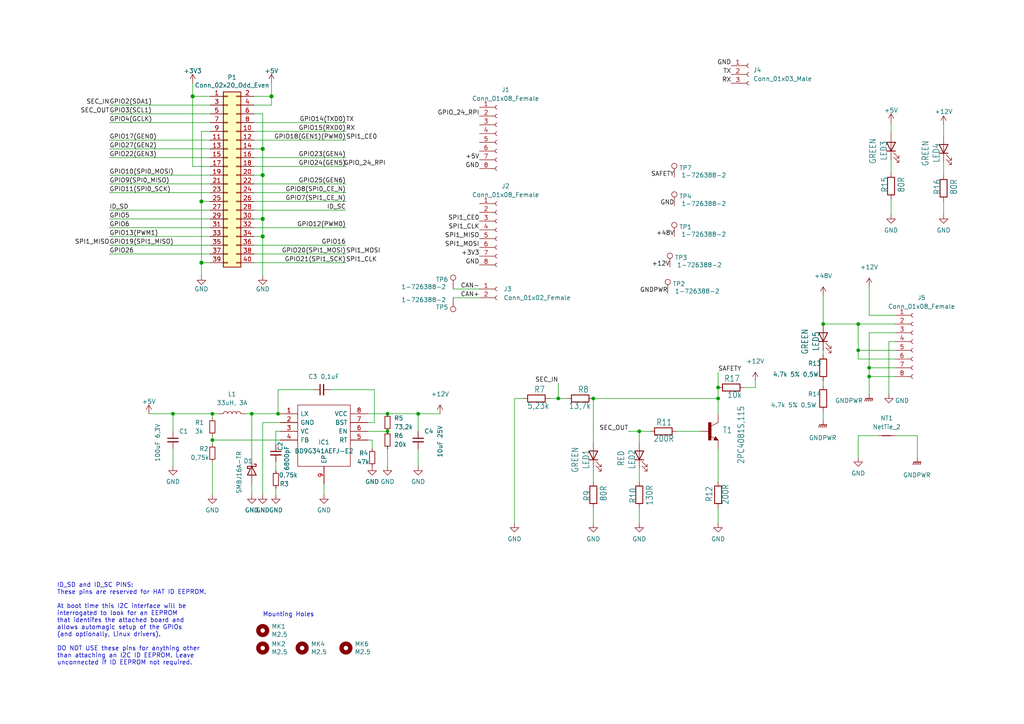
<source format=kicad_sch>
(kicad_sch (version 20210621) (generator eeschema)
  (paper "A4")
  (title_block (date "15 nov 2012"))
  (lib_symbols
    (symbol "BD9G341AEFJ-E2:BD9G341AEFJ-E2" (pin_names (offset 0.762))
      (property "Reference" "IC" (at 21.59 7.62 0))
      (property "Value" "BD9G341AEFJ-E2" (at 21.59 5.08 0))
      (symbol "BD9G341AEFJ-E2_0_0"
        (pin passive line (at 0 0 0) (length 5.08) (name "LX") (number "1"))
        (pin passive line (at 0 -2.54 0) (length 5.08) (name "GND") (number "2"))
        (pin passive line (at 0 -5.08 0) (length 5.08) (name "VC") (number "3"))
        (pin passive line (at 0 -7.62 0) (length 5.08) (name "FB") (number "4"))
        (pin passive line (at 25.4 -7.62 180) (length 5.08) (name "RT") (number "5"))
        (pin passive line (at 25.4 -5.08 180) (length 5.08) (name "EN") (number "6"))
        (pin passive line (at 25.4 -2.54 180) (length 5.08) (name "BST") (number "7"))
        (pin passive line (at 25.4 0 180) (length 5.08) (name "VCC") (number "8"))
        (pin passive line (at 12.7 -20.32 90) (length 5.08) (name "EP") (number "9"))
      )
      (symbol "BD9G341AEFJ-E2_0_1"
        (polyline (pts (xy 5.08 2.54) (xy 20.32 2.54) (xy 20.32 -15.24) (xy 5.08 -15.24) (xy 5.08 2.54)) (stroke (width 0.1524)))
      )
    )
    (symbol "Connector:Conn_01x02_Female" (pin_names (offset 1.016) hide)
      (property "Reference" "J" (at 0 2.54 0))
      (property "Value" "Conn_01x02_Female" (at 0 -5.08 0))
      (symbol "Conn_01x02_Female_1_1"
        (arc (start 0 -2.032) (mid -0.508 -2.54) (end 0 -3.048) (stroke (width 0.1524)))
        (polyline (pts (xy -1.27 -2.54) (xy -0.508 -2.54)) (stroke (width 0.1524)))
        (polyline (pts (xy -1.27 0) (xy -0.508 0)) (stroke (width 0.1524)))
        (arc (start 0 0.508) (mid -0.508 0) (end 0 -0.508) (stroke (width 0.1524)))
        (pin passive line (at -5.08 0 0) (length 3.81) (name "Pin_1") (number "1"))
        (pin passive line (at -5.08 -2.54 0) (length 3.81) (name "Pin_2") (number "2"))
      )
    )
    (symbol "Connector:Conn_01x03_Female" (pin_names (offset 1.016) hide)
      (property "Reference" "J" (at 0 5.08 0))
      (property "Value" "Conn_01x03_Female" (at 0 -5.08 0))
      (symbol "Conn_01x03_Female_1_1"
        (arc (start 0 -2.032) (mid -0.508 -2.54) (end 0 -3.048) (stroke (width 0.1524)))
        (polyline (pts (xy -1.27 -2.54) (xy -0.508 -2.54)) (stroke (width 0.1524)))
        (polyline (pts (xy -1.27 0) (xy -0.508 0)) (stroke (width 0.1524)))
        (polyline (pts (xy -1.27 2.54) (xy -0.508 2.54)) (stroke (width 0.1524)))
        (arc (start 0 0.508) (mid -0.508 0) (end 0 -0.508) (stroke (width 0.1524)))
        (arc (start 0 3.048) (mid -0.508 2.54) (end 0 2.032) (stroke (width 0.1524)))
        (pin passive line (at -5.08 2.54 0) (length 3.81) (name "Pin_1") (number "1"))
        (pin passive line (at -5.08 0 0) (length 3.81) (name "Pin_2") (number "2"))
        (pin passive line (at -5.08 -2.54 0) (length 3.81) (name "Pin_3") (number "3"))
      )
    )
    (symbol "Connector:Conn_01x08_Female" (pin_names (offset 1.016) hide)
      (property "Reference" "J" (at 0 10.16 0))
      (property "Value" "Conn_01x08_Female" (at 0 -12.7 0))
      (symbol "Conn_01x08_Female_1_1"
        (arc (start 0 -9.652) (mid -0.508 -10.16) (end 0 -10.668) (stroke (width 0.1524)))
        (arc (start 0 -7.112) (mid -0.508 -7.62) (end 0 -8.128) (stroke (width 0.1524)))
        (arc (start 0 -4.572) (mid -0.508 -5.08) (end 0 -5.588) (stroke (width 0.1524)))
        (arc (start 0 -2.032) (mid -0.508 -2.54) (end 0 -3.048) (stroke (width 0.1524)))
        (polyline (pts (xy -1.27 -10.16) (xy -0.508 -10.16)) (stroke (width 0.1524)))
        (polyline (pts (xy -1.27 -7.62) (xy -0.508 -7.62)) (stroke (width 0.1524)))
        (polyline (pts (xy -1.27 -5.08) (xy -0.508 -5.08)) (stroke (width 0.1524)))
        (polyline (pts (xy -1.27 -2.54) (xy -0.508 -2.54)) (stroke (width 0.1524)))
        (polyline (pts (xy -1.27 0) (xy -0.508 0)) (stroke (width 0.1524)))
        (polyline (pts (xy -1.27 2.54) (xy -0.508 2.54)) (stroke (width 0.1524)))
        (polyline (pts (xy -1.27 5.08) (xy -0.508 5.08)) (stroke (width 0.1524)))
        (polyline (pts (xy -1.27 7.62) (xy -0.508 7.62)) (stroke (width 0.1524)))
        (arc (start 0 0.508) (mid -0.508 0) (end 0 -0.508) (stroke (width 0.1524)))
        (arc (start 0 3.048) (mid -0.508 2.54) (end 0 2.032) (stroke (width 0.1524)))
        (arc (start 0 5.588) (mid -0.508 5.08) (end 0 4.572) (stroke (width 0.1524)))
        (arc (start 0 8.128) (mid -0.508 7.62) (end 0 7.112) (stroke (width 0.1524)))
        (pin passive line (at -5.08 7.62 0) (length 3.81) (name "Pin_1") (number "1"))
        (pin passive line (at -5.08 5.08 0) (length 3.81) (name "Pin_2") (number "2"))
        (pin passive line (at -5.08 2.54 0) (length 3.81) (name "Pin_3") (number "3"))
        (pin passive line (at -5.08 0 0) (length 3.81) (name "Pin_4") (number "4"))
        (pin passive line (at -5.08 -2.54 0) (length 3.81) (name "Pin_5") (number "5"))
        (pin passive line (at -5.08 -5.08 0) (length 3.81) (name "Pin_6") (number "6"))
        (pin passive line (at -5.08 -7.62 0) (length 3.81) (name "Pin_7") (number "7"))
        (pin passive line (at -5.08 -10.16 0) (length 3.81) (name "Pin_8") (number "8"))
      )
    )
    (symbol "Connector:TestPoint" (pin_numbers hide) (pin_names (offset 0.762) hide)
      (property "Reference" "TP" (at 0 6.858 0))
      (property "Value" "TestPoint" (at 0 5.08 0))
      (symbol "TestPoint_0_1"
        (circle (center 0 3.302) (radius 0.762))
      )
      (symbol "TestPoint_1_1"
        (pin passive line (at 0 0 90) (length 2.54) (name "1") (number "1"))
      )
    )
    (symbol "Connector_Generic:Conn_02x20_Odd_Even" (pin_names (offset 1.016) hide)
      (property "Reference" "J" (at 1.27 25.4 0))
      (property "Value" "Conn_02x20_Odd_Even" (at 1.27 -27.94 0))
      (symbol "Conn_02x20_Odd_Even_1_1"
        (rectangle (start -1.27 -25.273) (end 0 -25.527) (stroke (width 0.1524)))
        (rectangle (start -1.27 -22.733) (end 0 -22.987) (stroke (width 0.1524)))
        (rectangle (start -1.27 -20.193) (end 0 -20.447) (stroke (width 0.1524)))
        (rectangle (start -1.27 -17.653) (end 0 -17.907) (stroke (width 0.1524)))
        (rectangle (start -1.27 -15.113) (end 0 -15.367) (stroke (width 0.1524)))
        (rectangle (start -1.27 -12.573) (end 0 -12.827) (stroke (width 0.1524)))
        (rectangle (start -1.27 -10.033) (end 0 -10.287) (stroke (width 0.1524)))
        (rectangle (start -1.27 -7.493) (end 0 -7.747) (stroke (width 0.1524)))
        (rectangle (start -1.27 -4.953) (end 0 -5.207) (stroke (width 0.1524)))
        (rectangle (start -1.27 -2.413) (end 0 -2.667) (stroke (width 0.1524)))
        (rectangle (start -1.27 0.127) (end 0 -0.127) (stroke (width 0.1524)))
        (rectangle (start -1.27 2.667) (end 0 2.413) (stroke (width 0.1524)))
        (rectangle (start -1.27 5.207) (end 0 4.953) (stroke (width 0.1524)))
        (rectangle (start -1.27 7.747) (end 0 7.493) (stroke (width 0.1524)))
        (rectangle (start -1.27 10.287) (end 0 10.033) (stroke (width 0.1524)))
        (rectangle (start -1.27 12.827) (end 0 12.573) (stroke (width 0.1524)))
        (rectangle (start -1.27 15.367) (end 0 15.113) (stroke (width 0.1524)))
        (rectangle (start -1.27 17.907) (end 0 17.653) (stroke (width 0.1524)))
        (rectangle (start -1.27 20.447) (end 0 20.193) (stroke (width 0.1524)))
        (rectangle (start -1.27 22.987) (end 0 22.733) (stroke (width 0.1524)))
        (rectangle (start -1.27 24.13) (end 3.81 -26.67) (stroke (width 0.254)) (fill (type background)))
        (rectangle (start 3.81 -25.273) (end 2.54 -25.527) (stroke (width 0.1524)))
        (rectangle (start 3.81 -22.733) (end 2.54 -22.987) (stroke (width 0.1524)))
        (rectangle (start 3.81 -20.193) (end 2.54 -20.447) (stroke (width 0.1524)))
        (rectangle (start 3.81 -17.653) (end 2.54 -17.907) (stroke (width 0.1524)))
        (rectangle (start 3.81 -15.113) (end 2.54 -15.367) (stroke (width 0.1524)))
        (rectangle (start 3.81 -12.573) (end 2.54 -12.827) (stroke (width 0.1524)))
        (rectangle (start 3.81 -10.033) (end 2.54 -10.287) (stroke (width 0.1524)))
        (rectangle (start 3.81 -7.493) (end 2.54 -7.747) (stroke (width 0.1524)))
        (rectangle (start 3.81 -4.953) (end 2.54 -5.207) (stroke (width 0.1524)))
        (rectangle (start 3.81 -2.413) (end 2.54 -2.667) (stroke (width 0.1524)))
        (rectangle (start 3.81 0.127) (end 2.54 -0.127) (stroke (width 0.1524)))
        (rectangle (start 3.81 2.667) (end 2.54 2.413) (stroke (width 0.1524)))
        (rectangle (start 3.81 5.207) (end 2.54 4.953) (stroke (width 0.1524)))
        (rectangle (start 3.81 7.747) (end 2.54 7.493) (stroke (width 0.1524)))
        (rectangle (start 3.81 10.287) (end 2.54 10.033) (stroke (width 0.1524)))
        (rectangle (start 3.81 12.827) (end 2.54 12.573) (stroke (width 0.1524)))
        (rectangle (start 3.81 15.367) (end 2.54 15.113) (stroke (width 0.1524)))
        (rectangle (start 3.81 17.907) (end 2.54 17.653) (stroke (width 0.1524)))
        (rectangle (start 3.81 20.447) (end 2.54 20.193) (stroke (width 0.1524)))
        (rectangle (start 3.81 22.987) (end 2.54 22.733) (stroke (width 0.1524)))
        (pin passive line (at -5.08 22.86 0) (length 3.81) (name "Pin_1") (number "1"))
        (pin passive line (at 7.62 12.7 180) (length 3.81) (name "Pin_10") (number "10"))
        (pin passive line (at -5.08 10.16 0) (length 3.81) (name "Pin_11") (number "11"))
        (pin passive line (at 7.62 10.16 180) (length 3.81) (name "Pin_12") (number "12"))
        (pin passive line (at -5.08 7.62 0) (length 3.81) (name "Pin_13") (number "13"))
        (pin passive line (at 7.62 7.62 180) (length 3.81) (name "Pin_14") (number "14"))
        (pin passive line (at -5.08 5.08 0) (length 3.81) (name "Pin_15") (number "15"))
        (pin passive line (at 7.62 5.08 180) (length 3.81) (name "Pin_16") (number "16"))
        (pin passive line (at -5.08 2.54 0) (length 3.81) (name "Pin_17") (number "17"))
        (pin passive line (at 7.62 2.54 180) (length 3.81) (name "Pin_18") (number "18"))
        (pin passive line (at -5.08 0 0) (length 3.81) (name "Pin_19") (number "19"))
        (pin passive line (at 7.62 22.86 180) (length 3.81) (name "Pin_2") (number "2"))
        (pin passive line (at 7.62 0 180) (length 3.81) (name "Pin_20") (number "20"))
        (pin passive line (at -5.08 -2.54 0) (length 3.81) (name "Pin_21") (number "21"))
        (pin passive line (at 7.62 -2.54 180) (length 3.81) (name "Pin_22") (number "22"))
        (pin passive line (at -5.08 -5.08 0) (length 3.81) (name "Pin_23") (number "23"))
        (pin passive line (at 7.62 -5.08 180) (length 3.81) (name "Pin_24") (number "24"))
        (pin passive line (at -5.08 -7.62 0) (length 3.81) (name "Pin_25") (number "25"))
        (pin passive line (at 7.62 -7.62 180) (length 3.81) (name "Pin_26") (number "26"))
        (pin passive line (at -5.08 -10.16 0) (length 3.81) (name "Pin_27") (number "27"))
        (pin passive line (at 7.62 -10.16 180) (length 3.81) (name "Pin_28") (number "28"))
        (pin passive line (at -5.08 -12.7 0) (length 3.81) (name "Pin_29") (number "29"))
        (pin passive line (at -5.08 20.32 0) (length 3.81) (name "Pin_3") (number "3"))
        (pin passive line (at 7.62 -12.7 180) (length 3.81) (name "Pin_30") (number "30"))
        (pin passive line (at -5.08 -15.24 0) (length 3.81) (name "Pin_31") (number "31"))
        (pin passive line (at 7.62 -15.24 180) (length 3.81) (name "Pin_32") (number "32"))
        (pin passive line (at -5.08 -17.78 0) (length 3.81) (name "Pin_33") (number "33"))
        (pin passive line (at 7.62 -17.78 180) (length 3.81) (name "Pin_34") (number "34"))
        (pin passive line (at -5.08 -20.32 0) (length 3.81) (name "Pin_35") (number "35"))
        (pin passive line (at 7.62 -20.32 180) (length 3.81) (name "Pin_36") (number "36"))
        (pin passive line (at -5.08 -22.86 0) (length 3.81) (name "Pin_37") (number "37"))
        (pin passive line (at 7.62 -22.86 180) (length 3.81) (name "Pin_38") (number "38"))
        (pin passive line (at -5.08 -25.4 0) (length 3.81) (name "Pin_39") (number "39"))
        (pin passive line (at 7.62 20.32 180) (length 3.81) (name "Pin_4") (number "4"))
        (pin passive line (at 7.62 -25.4 180) (length 3.81) (name "Pin_40") (number "40"))
        (pin passive line (at -5.08 17.78 0) (length 3.81) (name "Pin_5") (number "5"))
        (pin passive line (at 7.62 17.78 180) (length 3.81) (name "Pin_6") (number "6"))
        (pin passive line (at -5.08 15.24 0) (length 3.81) (name "Pin_7") (number "7"))
        (pin passive line (at 7.62 15.24 180) (length 3.81) (name "Pin_8") (number "8"))
        (pin passive line (at -5.08 12.7 0) (length 3.81) (name "Pin_9") (number "9"))
      )
    )
    (symbol "Device:C_Small" (pin_numbers hide) (pin_names (offset 0.254) hide)
      (property "Reference" "C" (at 0.254 1.778 0))
      (property "Value" "C_Small" (at 0.254 -2.032 0))
      (symbol "C_Small_0_1"
        (polyline (pts (xy -1.524 -0.508) (xy 1.524 -0.508)) (stroke (width 0.3302)))
        (polyline (pts (xy -1.524 0.508) (xy 1.524 0.508)) (stroke (width 0.3048)))
      )
      (symbol "C_Small_1_1"
        (pin passive line (at 0 2.54 270) (length 2.032) (name "~") (number "1"))
        (pin passive line (at 0 -2.54 90) (length 2.032) (name "~") (number "2"))
      )
    )
    (symbol "Device:D_Schottky" (pin_numbers hide) (pin_names (offset 1.016) hide)
      (property "Reference" "D" (at 0 2.54 0))
      (property "Value" "D_Schottky" (at 0 -2.54 0))
      (symbol "D_Schottky_0_1"
        (polyline (pts (xy 1.27 0) (xy -1.27 0)))
        (polyline (pts (xy 1.27 1.27) (xy 1.27 -1.27) (xy -1.27 0) (xy 1.27 1.27)) (stroke (width 0.254)))
        (polyline (pts (xy -1.905 0.635) (xy -1.905 1.27) (xy -1.27 1.27) (xy -1.27 -1.27) (xy -0.635 -1.27) (xy -0.635 -0.635)) (stroke (width 0.254)))
      )
      (symbol "D_Schottky_1_1"
        (pin passive line (at -3.81 0 0) (length 2.54) (name "K") (number "1"))
        (pin passive line (at 3.81 0 180) (length 2.54) (name "A") (number "2"))
      )
    )
    (symbol "Device:L" (pin_numbers hide) (pin_names (offset 1.016) hide)
      (property "Reference" "L" (at -1.27 0 90))
      (property "Value" "L" (at 1.905 0 90))
      (symbol "L_0_1"
        (arc (start 0 -2.54) (mid 0.635 -1.905) (end 0 -1.27))
        (arc (start 0 -1.27) (mid 0.635 -0.635) (end 0 0))
        (arc (start 0 0) (mid 0.635 0.635) (end 0 1.27))
        (arc (start 0 1.27) (mid 0.635 1.905) (end 0 2.54))
      )
      (symbol "L_1_1"
        (pin passive line (at 0 3.81 270) (length 1.27) (name "1") (number "1"))
        (pin passive line (at 0 -3.81 90) (length 1.27) (name "2") (number "2"))
      )
    )
    (symbol "Device:LED" (pin_numbers hide) (pin_names (offset 1.016) hide)
      (property "Reference" "D" (at 0 2.54 0))
      (property "Value" "LED" (at 0 -2.54 0))
      (symbol "LED_0_1"
        (polyline (pts (xy -1.27 -1.27) (xy -1.27 1.27)) (stroke (width 0.254)))
        (polyline (pts (xy -1.27 0) (xy 1.27 0)))
        (polyline (pts (xy 1.27 -1.27) (xy 1.27 1.27) (xy -1.27 0) (xy 1.27 -1.27)) (stroke (width 0.254)))
        (polyline (pts (xy -3.048 -0.762) (xy -4.572 -2.286) (xy -3.81 -2.286) (xy -4.572 -2.286) (xy -4.572 -1.524)))
        (polyline (pts (xy -1.778 -0.762) (xy -3.302 -2.286) (xy -2.54 -2.286) (xy -3.302 -2.286) (xy -3.302 -1.524)))
      )
      (symbol "LED_1_1"
        (pin passive line (at -3.81 0 0) (length 2.54) (name "K") (number "1"))
        (pin passive line (at 3.81 0 180) (length 2.54) (name "A") (number "2"))
      )
    )
    (symbol "Device:NetTie_2" (pin_numbers hide) (pin_names (offset 0) hide)
      (property "Reference" "NT" (at 0 1.27 0))
      (property "Value" "NetTie_2" (at 0 -1.27 0))
      (symbol "NetTie_2_0_1"
        (polyline (pts (xy -1.27 0) (xy 1.27 0)) (stroke (width 0.254)))
      )
      (symbol "NetTie_2_1_1"
        (pin passive line (at -2.54 0 0) (length 2.54) (name "1") (number "1"))
        (pin passive line (at 2.54 0 180) (length 2.54) (name "2") (number "2"))
      )
    )
    (symbol "Device:R" (pin_numbers hide) (pin_names (offset 0))
      (property "Reference" "R" (at 2.032 0 90))
      (property "Value" "R" (at 0 0 90))
      (symbol "R_0_1"
        (rectangle (start -1.016 -2.54) (end 1.016 2.54) (stroke (width 0.254)))
      )
      (symbol "R_1_1"
        (pin passive line (at 0 3.81 270) (length 1.27) (name "~") (number "1"))
        (pin passive line (at 0 -3.81 90) (length 1.27) (name "~") (number "2"))
      )
    )
    (symbol "Device:R_Small" (pin_numbers hide) (pin_names (offset 0.254) hide)
      (property "Reference" "R" (at 0.762 0.508 0))
      (property "Value" "R_Small" (at 0.762 -1.016 0))
      (symbol "R_Small_0_1"
        (rectangle (start -0.762 1.778) (end 0.762 -1.778) (stroke (width 0.2032)))
      )
      (symbol "R_Small_1_1"
        (pin passive line (at 0 2.54 270) (length 0.762) (name "~") (number "1"))
        (pin passive line (at 0 -2.54 90) (length 0.762) (name "~") (number "2"))
      )
    )
    (symbol "Mechanical:MountingHole" (pin_names (offset 1.016))
      (property "Reference" "H" (at 0 5.08 0))
      (property "Value" "MountingHole" (at 0 3.175 0))
      (symbol "MountingHole_0_1"
        (circle (center 0 0) (radius 1.27) (stroke (width 1.27)) (stroke (width 1.27)))
      )
    )
    (symbol "UNIVERSAL_JOINT_v2_1-eagle-import:-NPN-SOT23-EBC"
      (property "Reference" "T" (at -10.16 7.62 0))
      (property "Value" "-NPN-SOT23-EBC" (at -10.16 5.08 0))
      (symbol "-NPN-SOT23-EBC_1_0"
        (rectangle (start -0.254 -2.54) (end 0.508 2.54) (fill (type outline)))
        (polyline (pts (xy 1.27 -2.54) (xy 1.778 -1.524)) (stroke (width 0.1524)))
        (polyline (pts (xy 1.524 -2.413) (xy 2.286 -2.413)) (stroke (width 0.254)))
        (polyline (pts (xy 1.524 -2.286) (xy 1.905 -2.286)) (stroke (width 0.254)))
        (polyline (pts (xy 1.54 -2.04) (xy 0.308 -1.424)) (stroke (width 0.1524)))
        (polyline (pts (xy 1.778 -1.778) (xy 1.524 -2.286)) (stroke (width 0.254)))
        (polyline (pts (xy 1.778 -1.524) (xy 2.54 -2.54)) (stroke (width 0.1524)))
        (polyline (pts (xy 1.905 -2.286) (xy 1.778 -2.032)) (stroke (width 0.254)))
        (polyline (pts (xy 2.286 -2.413) (xy 1.778 -1.778)) (stroke (width 0.254)))
        (polyline (pts (xy 2.54 -2.54) (xy 1.27 -2.54)) (stroke (width 0.1524)))
        (polyline (pts (xy 2.54 2.54) (xy 0.508 1.524)) (stroke (width 0.1524)))
        (pin passive line (at -2.54 0 0) (length 2.54) (name "B") (number "B"))
        (pin passive line (at 2.54 5.08 270) (length 2.54) (name "C") (number "C"))
        (pin passive line (at 2.54 -5.08 90) (length 2.54) (name "E") (number "E"))
      )
    )
    (symbol "power:+12V" (power) (pin_names (offset 0))
      (property "Value" "+12V" (at 0 3.556 0))
      (symbol "+12V_0_1"
        (polyline (pts (xy -0.762 1.27) (xy 0 2.54)))
        (polyline (pts (xy 0 0) (xy 0 2.54)))
        (polyline (pts (xy 0 2.54) (xy 0.762 1.27)))
      )
      (symbol "+12V_1_1"
        (pin power_in line (at 0 0 90) (length 0) hide (name "+12V") (number "1"))
      )
    )
    (symbol "power:+3.3V" (power) (pin_names (offset 0))
      (property "Value" "+3.3V" (at 0 3.556 0))
      (symbol "+3.3V_0_1"
        (polyline (pts (xy -0.762 1.27) (xy 0 2.54)))
        (polyline (pts (xy 0 0) (xy 0 2.54)))
        (polyline (pts (xy 0 2.54) (xy 0.762 1.27)))
      )
      (symbol "+3.3V_1_1"
        (pin power_in line (at 0 0 90) (length 0) hide (name "+3V3") (number "1"))
      )
    )
    (symbol "power:+48V" (power) (pin_names (offset 0))
      (property "Value" "+48V" (at 0 3.556 0))
      (symbol "+48V_0_1"
        (polyline (pts (xy -0.762 1.27) (xy 0 2.54)))
        (polyline (pts (xy 0 0) (xy 0 2.54)))
        (polyline (pts (xy 0 2.54) (xy 0.762 1.27)))
      )
      (symbol "+48V_1_1"
        (pin power_in line (at 0 0 90) (length 0) hide (name "+48V") (number "1"))
      )
    )
    (symbol "power:+5V" (power) (pin_names (offset 0))
      (property "Value" "+5V" (at 0 3.556 0))
      (symbol "+5V_0_1"
        (polyline (pts (xy -0.762 1.27) (xy 0 2.54)))
        (polyline (pts (xy 0 0) (xy 0 2.54)))
        (polyline (pts (xy 0 2.54) (xy 0.762 1.27)))
      )
      (symbol "+5V_1_1"
        (pin power_in line (at 0 0 90) (length 0) hide (name "+5V") (number "1"))
      )
    )
    (symbol "power:GND" (power) (pin_names (offset 0))
      (property "Value" "GND" (at 0 -3.81 0))
      (symbol "GND_0_1"
        (polyline (pts (xy 0 0) (xy 0 -1.27) (xy 1.27 -1.27) (xy 0 -2.54) (xy -1.27 -1.27) (xy 0 -1.27)))
      )
      (symbol "GND_1_1"
        (pin power_in line (at 0 0 270) (length 0) hide (name "GND") (number "1"))
      )
    )
    (symbol "power:GNDPWR" (power) (pin_names (offset 0))
      (property "Value" "GNDPWR" (at 0 -3.302 0))
      (symbol "GNDPWR_0_1"
        (polyline (pts (xy 0 -1.27) (xy 0 0)))
        (polyline (pts (xy -1.016 -1.27) (xy -1.27 -2.032) (xy -1.27 -2.032)) (stroke (width 0.2032)))
        (polyline (pts (xy -0.508 -1.27) (xy -0.762 -2.032) (xy -0.762 -2.032)) (stroke (width 0.2032)))
        (polyline (pts (xy 0 -1.27) (xy -0.254 -2.032) (xy -0.254 -2.032)) (stroke (width 0.2032)))
        (polyline (pts (xy 0.508 -1.27) (xy 0.254 -2.032) (xy 0.254 -2.032)) (stroke (width 0.2032)))
        (polyline (pts (xy 1.016 -1.27) (xy -1.016 -1.27) (xy -1.016 -1.27)) (stroke (width 0.2032)))
        (polyline (pts (xy 1.016 -1.27) (xy 0.762 -2.032) (xy 0.762 -2.032) (xy 0.762 -2.032)) (stroke (width 0.2032)))
      )
      (symbol "GNDPWR_1_1"
        (pin power_in line (at 0 0 270) (length 0) hide (name "GNDPWR") (number "1"))
      )
    )
  )
  (junction (at 50.165 120.015))
  (junction (at 55.88 27.94) (diameter 1.016))
  (junction (at 58.42 58.42) (diameter 1.016))
  (junction (at 58.42 76.2) (diameter 1.016))
  (junction (at 61.595 120.015))
  (junction (at 61.595 127.635))
  (junction (at 73.025 120.015))
  (junction (at 76.2 43.18) (diameter 1.016))
  (junction (at 76.2 50.8) (diameter 1.016))
  (junction (at 76.2 63.5) (diameter 1.016))
  (junction (at 76.2 68.58) (diameter 1.016))
  (junction (at 78.74 27.94) (diameter 1.016))
  (junction (at 80.645 120.015))
  (junction (at 112.395 120.015))
  (junction (at 112.395 125.095))
  (junction (at 121.285 120.015))
  (junction (at 161.925 115.57))
  (junction (at 172.085 115.57))
  (junction (at 185.42 125.095))
  (junction (at 208.28 112.395))
  (junction (at 208.28 115.57))
  (junction (at 238.76 93.98))
  (junction (at 248.92 93.98))
  (junction (at 248.92 101.6))
  (junction (at 252.095 106.68))
  (junction (at 252.095 109.22))
  (wire (pts (xy 31.75 33.02) (xy 60.96 33.02)))
  (wire (pts (xy 31.75 35.56) (xy 60.96 35.56)))
  (wire (pts (xy 31.75 43.18) (xy 60.96 43.18)))
  (wire (pts (xy 31.75 45.72) (xy 60.96 45.72)))
  (wire (pts (xy 31.75 53.34) (xy 60.96 53.34)))
  (wire (pts (xy 31.75 55.88) (xy 60.96 55.88)))
  (wire (pts (xy 31.75 63.5) (xy 60.96 63.5)))
  (wire (pts (xy 31.75 66.04) (xy 60.96 66.04)))
  (wire (pts (xy 31.75 71.12) (xy 60.96 71.12)))
  (wire (pts (xy 31.75 73.66) (xy 60.96 73.66)))
  (wire (pts (xy 43.18 120.015) (xy 50.165 120.015)))
  (wire (pts (xy 50.165 120.015) (xy 50.165 125.095)))
  (wire (pts (xy 50.165 120.015) (xy 61.595 120.015)))
  (wire (pts (xy 50.165 130.175) (xy 50.165 135.255)))
  (wire (pts (xy 55.88 24.13) (xy 55.88 27.94)))
  (wire (pts (xy 55.88 27.94) (xy 55.88 48.26)))
  (wire (pts (xy 55.88 27.94) (xy 60.96 27.94)))
  (wire (pts (xy 55.88 48.26) (xy 60.96 48.26)))
  (wire (pts (xy 58.42 38.1) (xy 58.42 58.42)))
  (wire (pts (xy 58.42 38.1) (xy 60.96 38.1)))
  (wire (pts (xy 58.42 58.42) (xy 58.42 76.2)))
  (wire (pts (xy 58.42 58.42) (xy 60.96 58.42)))
  (wire (pts (xy 58.42 76.2) (xy 58.42 80.01)))
  (wire (pts (xy 58.42 76.2) (xy 60.96 76.2)))
  (wire (pts (xy 60.96 30.48) (xy 31.75 30.48)))
  (wire (pts (xy 60.96 40.64) (xy 31.75 40.64)))
  (wire (pts (xy 60.96 50.8) (xy 31.75 50.8)))
  (wire (pts (xy 60.96 60.96) (xy 31.75 60.96)))
  (wire (pts (xy 60.96 68.58) (xy 31.75 68.58)))
  (wire (pts (xy 61.595 120.015) (xy 61.595 121.285)))
  (wire (pts (xy 61.595 120.015) (xy 63.5 120.015)))
  (wire (pts (xy 61.595 126.365) (xy 61.595 127.635)))
  (wire (pts (xy 61.595 127.635) (xy 61.595 128.905)))
  (wire (pts (xy 61.595 127.635) (xy 81.28 127.635)))
  (wire (pts (xy 61.595 133.985) (xy 61.595 143.51)))
  (wire (pts (xy 71.12 120.015) (xy 73.025 120.015)))
  (wire (pts (xy 73.025 120.015) (xy 73.025 132.715)))
  (wire (pts (xy 73.025 140.335) (xy 73.025 143.51)))
  (wire (pts (xy 73.66 35.56) (xy 100.33 35.56)))
  (wire (pts (xy 73.66 38.1) (xy 100.33 38.1)))
  (wire (pts (xy 73.66 40.64) (xy 100.33 40.64)))
  (wire (pts (xy 73.66 45.72) (xy 100.33 45.72)))
  (wire (pts (xy 73.66 48.26) (xy 100.33 48.26)))
  (wire (pts (xy 73.66 53.34) (xy 100.33 53.34)))
  (wire (pts (xy 73.66 55.88) (xy 100.33 55.88)))
  (wire (pts (xy 73.66 58.42) (xy 100.33 58.42)))
  (wire (pts (xy 73.66 60.96) (xy 100.33 60.96)))
  (wire (pts (xy 73.66 66.04) (xy 100.33 66.04)))
  (wire (pts (xy 73.66 71.12) (xy 100.33 71.12)))
  (wire (pts (xy 73.66 73.66) (xy 100.33 73.66)))
  (wire (pts (xy 73.66 76.2) (xy 100.33 76.2)))
  (wire (pts (xy 76.2 33.02) (xy 73.66 33.02)))
  (wire (pts (xy 76.2 33.02) (xy 76.2 43.18)))
  (wire (pts (xy 76.2 43.18) (xy 73.66 43.18)))
  (wire (pts (xy 76.2 43.18) (xy 76.2 50.8)))
  (wire (pts (xy 76.2 50.8) (xy 73.66 50.8)))
  (wire (pts (xy 76.2 50.8) (xy 76.2 63.5)))
  (wire (pts (xy 76.2 63.5) (xy 73.66 63.5)))
  (wire (pts (xy 76.2 63.5) (xy 76.2 68.58)))
  (wire (pts (xy 76.2 68.58) (xy 73.66 68.58)))
  (wire (pts (xy 76.2 68.58) (xy 76.2 80.01)))
  (wire (pts (xy 76.2 122.555) (xy 76.2 143.51)))
  (wire (pts (xy 76.2 122.555) (xy 81.28 122.555)))
  (wire (pts (xy 78.74 24.13) (xy 78.74 27.94)))
  (wire (pts (xy 78.74 27.94) (xy 73.66 27.94)))
  (wire (pts (xy 78.74 27.94) (xy 78.74 30.48)))
  (wire (pts (xy 78.74 30.48) (xy 73.66 30.48)))
  (wire (pts (xy 80.01 125.095) (xy 80.01 128.905)))
  (wire (pts (xy 80.01 133.985) (xy 80.01 136.525)))
  (wire (pts (xy 80.01 141.605) (xy 80.01 143.51)))
  (wire (pts (xy 80.645 113.03) (xy 80.645 120.015)))
  (wire (pts (xy 80.645 120.015) (xy 73.025 120.015)))
  (wire (pts (xy 81.28 120.015) (xy 80.645 120.015)))
  (wire (pts (xy 81.28 125.095) (xy 80.01 125.095)))
  (wire (pts (xy 90.805 113.03) (xy 80.645 113.03)))
  (wire (pts (xy 93.98 140.335) (xy 93.98 143.51)))
  (wire (pts (xy 106.68 122.555) (xy 108.585 122.555)))
  (wire (pts (xy 106.68 125.095) (xy 112.395 125.095)))
  (wire (pts (xy 106.68 127.635) (xy 107.95 127.635)))
  (wire (pts (xy 107.95 127.635) (xy 107.95 130.175)))
  (wire (pts (xy 108.585 113.03) (xy 95.885 113.03)))
  (wire (pts (xy 108.585 122.555) (xy 108.585 113.03)))
  (wire (pts (xy 112.395 120.015) (xy 106.68 120.015)))
  (wire (pts (xy 112.395 130.175) (xy 112.395 135.255)))
  (wire (pts (xy 121.285 120.015) (xy 112.395 120.015)))
  (wire (pts (xy 121.285 120.015) (xy 121.285 125.095)))
  (wire (pts (xy 121.285 130.175) (xy 121.285 135.255)))
  (wire (pts (xy 127.635 120.015) (xy 121.285 120.015)))
  (wire (pts (xy 131.445 83.82) (xy 139.065 83.82)))
  (wire (pts (xy 131.445 86.36) (xy 139.065 86.36)))
  (wire (pts (xy 149.225 115.57) (xy 149.225 151.765)))
  (wire (pts (xy 149.225 115.57) (xy 151.765 115.57)))
  (wire (pts (xy 159.385 115.57) (xy 161.925 115.57)))
  (wire (pts (xy 161.925 111.125) (xy 161.925 115.57)))
  (wire (pts (xy 161.925 115.57) (xy 164.465 115.57)))
  (wire (pts (xy 172.085 115.57) (xy 172.085 128.27)))
  (wire (pts (xy 172.085 115.57) (xy 208.28 115.57)))
  (wire (pts (xy 172.085 135.89) (xy 172.085 139.7)))
  (wire (pts (xy 172.085 147.32) (xy 172.085 151.765)))
  (wire (pts (xy 182.245 125.095) (xy 185.42 125.095)))
  (wire (pts (xy 185.42 125.095) (xy 185.42 128.27)))
  (wire (pts (xy 185.42 125.095) (xy 188.595 125.095)))
  (wire (pts (xy 185.42 135.89) (xy 185.42 139.7)))
  (wire (pts (xy 185.42 147.32) (xy 185.42 151.765)))
  (wire (pts (xy 196.215 125.095) (xy 203.2 125.095)))
  (wire (pts (xy 208.28 107.95) (xy 208.28 112.395)))
  (wire (pts (xy 208.28 112.395) (xy 208.28 115.57)))
  (wire (pts (xy 208.28 115.57) (xy 208.28 120.015)))
  (wire (pts (xy 208.28 130.175) (xy 208.28 139.7)))
  (wire (pts (xy 208.28 147.32) (xy 208.28 151.765)))
  (wire (pts (xy 215.9 112.395) (xy 219.075 112.395)))
  (wire (pts (xy 219.075 110.49) (xy 219.075 112.395)))
  (wire (pts (xy 238.76 85.725) (xy 238.76 93.98)))
  (wire (pts (xy 238.76 93.98) (xy 248.92 93.98)))
  (wire (pts (xy 238.76 101.6) (xy 238.76 102.87)))
  (wire (pts (xy 238.76 110.49) (xy 238.76 111.76)))
  (wire (pts (xy 238.76 119.38) (xy 238.76 121.92)))
  (wire (pts (xy 248.92 93.98) (xy 248.92 101.6)))
  (wire (pts (xy 248.92 93.98) (xy 259.715 93.98)))
  (wire (pts (xy 248.92 101.6) (xy 248.92 104.14)))
  (wire (pts (xy 248.92 101.6) (xy 259.715 101.6)))
  (wire (pts (xy 248.92 126.365) (xy 248.92 132.715)))
  (wire (pts (xy 252.095 83.185) (xy 252.095 91.44)))
  (wire (pts (xy 252.095 91.44) (xy 259.715 91.44)))
  (wire (pts (xy 252.095 96.52) (xy 252.095 106.68)))
  (wire (pts (xy 252.095 96.52) (xy 259.715 96.52)))
  (wire (pts (xy 252.095 106.68) (xy 252.095 109.22)))
  (wire (pts (xy 252.095 106.68) (xy 259.715 106.68)))
  (wire (pts (xy 252.095 109.22) (xy 252.095 114.3)))
  (wire (pts (xy 252.095 109.22) (xy 259.715 109.22)))
  (wire (pts (xy 254.635 126.365) (xy 248.92 126.365)))
  (wire (pts (xy 257.81 99.06) (xy 259.715 99.06)))
  (wire (pts (xy 257.81 114.3) (xy 257.81 99.06)))
  (wire (pts (xy 258.445 35.56) (xy 258.445 38.735)))
  (wire (pts (xy 258.445 46.355) (xy 258.445 50.165)))
  (wire (pts (xy 258.445 57.785) (xy 258.445 62.23)))
  (wire (pts (xy 259.715 104.14) (xy 248.92 104.14)))
  (wire (pts (xy 259.715 126.365) (xy 266.065 126.365)))
  (wire (pts (xy 266.065 126.365) (xy 266.065 132.715)))
  (wire (pts (xy 273.685 36.195) (xy 273.685 39.37)))
  (wire (pts (xy 273.685 46.99) (xy 273.685 50.8)))
  (wire (pts (xy 273.685 58.42) (xy 273.685 62.23)))
  (text "ID_SD and ID_SC PINS:\nThese pins are reserved for HAT ID EEPROM.\n\nAt boot time this I2C interface will be\ninterrogated to look for an EEPROM\nthat identifes the attached board and\nallows automagic setup of the GPIOs\n(and optionally, Linux drivers).\n\nDO NOT USE these pins for anything other\nthan attaching an I2C ID EEPROM. Leave\nunconnected if ID EEPROM not required." (at 16.51 193.04 0) (effects (font (size 1.27 1.27)) (justify left bottom)))
  (text "Mounting Holes" (at 76.2 179.07 0) (effects (font (size 1.27 1.27)) (justify left bottom)))
  (label "GPIO2(SDA1)" (at 31.75 30.48 0))
  (label "SEC_IN" (at 31.75 30.48 180))
  (label "GPIO3(SCL1)" (at 31.75 33.02 0))
  (label "SEC_OUT" (at 31.75 33.02 180))
  (label "GPIO4(GCLK)" (at 31.75 35.56 0))
  (label "GPIO17(GEN0)" (at 31.75 40.64 0))
  (label "GPIO27(GEN2)" (at 31.75 43.18 0))
  (label "GPIO22(GEN3)" (at 31.75 45.72 0))
  (label "GPIO10(SPI0_MOSI)" (at 31.75 50.8 0))
  (label "GPIO9(SPI0_MISO)" (at 31.75 53.34 0))
  (label "GPIO11(SPI0_SCK)" (at 31.75 55.88 0))
  (label "ID_SD" (at 31.75 60.96 0))
  (label "GPIO5" (at 31.75 63.5 0))
  (label "GPIO6" (at 31.75 66.04 0))
  (label "GPIO13(PWM1)" (at 31.75 68.58 0))
  (label "GPIO19(SPI1_MISO)" (at 31.75 71.12 0))
  (label "SPI1_MISO" (at 31.75 71.12 180))
  (label "GPIO26" (at 31.75 73.66 0))
  (label "GPIO_24_RPI" (at 99.695 48.26 0))
  (label "GPIO14(TXD0)" (at 100.33 35.56 180))
  (label "TX" (at 100.33 35.56 0))
  (label "GPIO15(RXD0)" (at 100.33 38.1 180))
  (label "RX" (at 100.33 38.1 0))
  (label "GPIO18(GEN1)(PWM0)" (at 100.33 40.64 180))
  (label "SPI1_CE0" (at 100.33 40.64 0))
  (label "GPIO23(GEN4)" (at 100.33 45.72 180))
  (label "GPIO24(GEN5)" (at 100.33 48.26 180))
  (label "GPIO25(GEN6)" (at 100.33 53.34 180))
  (label "GPIO8(SPI0_CE_N)" (at 100.33 55.88 180))
  (label "GPIO7(SPI1_CE_N)" (at 100.33 58.42 180))
  (label "ID_SC" (at 100.33 60.96 180))
  (label "GPIO12(PWM0)" (at 100.33 66.04 180))
  (label "GPIO16" (at 100.33 71.12 180))
  (label "GPIO20(SPI1_MOSI)" (at 100.33 73.66 180))
  (label "SPI1_MOSI" (at 100.33 73.66 0))
  (label "GPIO21(SPI1_SCK)" (at 100.33 76.2 180))
  (label "SPI1_CLK" (at 100.33 76.2 0))
  (label "GPIO_24_RPI" (at 139.065 33.655 180))
  (label "+5V" (at 139.065 46.355 180))
  (label "GND" (at 139.065 48.895 180))
  (label "SPI1_CE0" (at 139.065 64.135 180))
  (label "SPI1_CLK" (at 139.065 66.675 180))
  (label "SPI1_MISO" (at 139.065 69.215 180))
  (label "SPI1_MOSI" (at 139.065 71.755 180))
  (label "+3V3" (at 139.065 74.295 180))
  (label "GND" (at 139.065 76.835 180))
  (label "CAN-" (at 139.065 83.82 180))
  (label "CAN+" (at 139.065 86.36 180))
  (label "SEC_IN" (at 161.925 111.125 180))
  (label "SEC_OUT" (at 182.245 125.095 180))
  (label "GNDPWR" (at 193.675 85.09 180))
  (label "+12V" (at 194.31 77.47 180))
  (label "SAFETY" (at 195.58 51.435 180))
  (label "GND" (at 195.58 59.69 180))
  (label "+48V" (at 195.58 68.58 180))
  (label "SAFETY" (at 208.28 107.95 0))
  (label "GND" (at 212.09 19.05 180))
  (label "TX" (at 212.09 21.59 180))
  (label "RX" (at 212.09 24.13 180))
  (symbol (lib_id "power:+5V") (at 43.18 120.015 0) (unit 1)
    (property "Reference" "#PWR05" (effects hide))
    (property "Value" "+5V" (at 43.18 116.459 0))
  )
  (symbol (lib_id "power:+3.3V") (at 55.88 24.13 0) (unit 1)
    (property "Reference" "#PWR04" (effects hide))
    (property "Value" "+3.3V" (at 55.88 20.574 0))
  )
  (symbol (lib_id "power:+5V") (at 78.74 24.13 0) (unit 1)
    (property "Reference" "#PWR01" (effects hide))
    (property "Value" "+5V" (at 78.74 20.574 0))
  )
  (symbol (lib_id "power:+12V") (at 127.635 120.015 0) (mirror y) (unit 1)
    (property "Reference" "#PWR0105" (effects hide))
    (property "Value" "+12V" (at 127.635 114.3 0))
  )
  (symbol (lib_id "power:+12V") (at 219.075 110.49 0) (unit 1)
    (property "Reference" "#PWR024" (effects hide))
    (property "Value" "+12V" (at 219.075 104.775 0))
  )
  (symbol (lib_id "power:+48V") (at 238.76 85.725 0) (unit 1)
    (property "Reference" "#PWR0101" (effects hide))
    (property "Value" "+48V" (at 238.76 80.01 0))
  )
  (symbol (lib_id "power:+12V") (at 252.095 83.185 0) (unit 1)
    (property "Reference" "#PWR0102" (effects hide))
    (property "Value" "+12V" (at 252.095 77.47 0))
  )
  (symbol (lib_id "power:+5V") (at 258.445 35.56 0) (unit 1)
    (property "Reference" "#PWR020" (effects hide))
    (property "Value" "+5V" (at 258.445 32.004 0))
  )
  (symbol (lib_id "power:+12V") (at 273.685 36.195 0) (unit 1)
    (property "Reference" "#PWR022" (effects hide))
    (property "Value" "+12V" (at 273.685 32.385 0))
  )
  (symbol (lib_id "Device:NetTie_2") (at 257.175 126.365 0) (unit 1)
    (property "Reference" "NT1" (at 257.175 121.285 0))
    (property "Value" "NetTie_2" (at 257.175 123.825 0))
    (property "Footprint" "footprints:NetTie-2_SMD_Pad0.5mm" (effects hide))
  )
  (symbol (lib_id "power:GNDPWR") (at 238.76 121.92 0) (unit 1)
    (property "Reference" "#PWR0107" (effects hide))
    (property "Value" "GNDPWR" (at 238.633 127 0))
  )
  (symbol (lib_id "power:GNDPWR") (at 252.095 114.3 0) (unit 1)
    (property "Reference" "#PWR0103" (effects hide))
    (property "Value" "GNDPWR" (at 246.253 116.205 0))
  )
  (symbol (lib_id "power:GNDPWR") (at 266.065 132.715 0) (unit 1)
    (property "Reference" "#PWR019" (effects hide))
    (property "Value" "GNDPWR" (at 265.938 137.795 0))
  )
  (symbol (lib_id "Connector:TestPoint") (at 131.445 83.82 0) (mirror y) (unit 1)
    (property "Reference" "TP6" (at 130.0479 81.07 0) (effects (justify left)))
    (property "Value" "1-726388-2" (at 129.4129 83.2101 0) (effects (justify left)))
    (property "Footprint" "ARM_RPI4_HAT:61-1407-21-0031" (effects hide))
  )
  (symbol (lib_id "Connector:TestPoint") (at 131.445 86.36 180) (unit 1)
    (property "Reference" "TP5" (at 130.0479 89.11 0) (effects (justify left)))
    (property "Value" "1-726388-2" (at 129.4129 86.9699 0) (effects (justify left)))
    (property "Footprint" "ARM_RPI4_HAT:61-1407-21-0031" (effects hide))
  )
  (symbol (lib_id "Connector:TestPoint") (at 193.675 85.09 0) (unit 1)
    (property "Reference" "TP2" (at 195.0721 82.34 0) (effects (justify left)))
    (property "Value" "1-726388-2" (at 195.7071 84.4801 0) (effects (justify left)))
    (property "Footprint" "ARM_RPI4_HAT:61-1537-11-0031" (effects hide))
  )
  (symbol (lib_id "Connector:TestPoint") (at 194.31 77.47 0) (unit 1)
    (property "Reference" "TP3" (at 195.7071 74.72 0) (effects (justify left)))
    (property "Value" "1-726388-2" (at 196.3421 76.8601 0) (effects (justify left)))
    (property "Footprint" "ARM_RPI4_HAT:61-1407-21-0031" (effects hide))
  )
  (symbol (lib_id "Connector:TestPoint") (at 195.58 51.435 0) (unit 1)
    (property "Reference" "TP7" (at 196.9771 48.685 0) (effects (justify left)))
    (property "Value" "1-726388-2" (at 197.6121 50.8251 0) (effects (justify left)))
    (property "Footprint" "ARM_RPI4_HAT:61-1407-21-0031" (effects hide))
  )
  (symbol (lib_id "Connector:TestPoint") (at 195.58 59.69 0) (unit 1)
    (property "Reference" "TP4" (at 196.9771 56.94 0) (effects (justify left)))
    (property "Value" "1-726388-2" (at 197.6121 59.0801 0) (effects (justify left)))
    (property "Footprint" "ARM_RPI4_HAT:61-1407-21-0031" (effects hide))
  )
  (symbol (lib_id "Connector:TestPoint") (at 195.58 68.58 0) (unit 1)
    (property "Reference" "TP1" (at 196.9771 65.83 0) (effects (justify left)))
    (property "Value" "1-726388-2" (at 197.6121 67.9701 0) (effects (justify left)))
    (property "Footprint" "ARM_RPI4_HAT:61-1537-11-0031" (effects hide))
  )
  (symbol (lib_id "power:GND") (at 50.165 135.255 0) (mirror y) (unit 1)
    (property "Reference" "#PWR06" (effects hide))
    (property "Value" "GND" (at 50.165 139.7 0))
  )
  (symbol (lib_id "power:GND") (at 58.42 80.01 0) (unit 1)
    (property "Reference" "#PWR03" (effects hide))
    (property "Value" "GND" (at 58.42 83.82 0))
  )
  (symbol (lib_id "power:GND") (at 61.595 143.51 0) (mirror y) (unit 1)
    (property "Reference" "#PWR07" (effects hide))
    (property "Value" "GND" (at 61.595 147.955 0))
  )
  (symbol (lib_id "power:GND") (at 73.025 143.51 0) (mirror y) (unit 1)
    (property "Reference" "#PWR08" (effects hide))
    (property "Value" "GND" (at 73.025 147.955 0))
  )
  (symbol (lib_id "power:GND") (at 76.2 80.01 0) (unit 1)
    (property "Reference" "#PWR02" (effects hide))
    (property "Value" "GND" (at 76.2 83.82 0))
  )
  (symbol (lib_id "power:GND") (at 76.2 143.51 0) (mirror y) (unit 1)
    (property "Reference" "#PWR09" (effects hide))
    (property "Value" "GND" (at 76.2 147.955 0))
  )
  (symbol (lib_id "power:GND") (at 80.01 143.51 0) (mirror y) (unit 1)
    (property "Reference" "#PWR010" (effects hide))
    (property "Value" "GND" (at 80.01 147.955 0))
  )
  (symbol (lib_id "power:GND") (at 93.98 143.51 0) (mirror y) (unit 1)
    (property "Reference" "#PWR011" (effects hide))
    (property "Value" "GND" (at 93.98 147.955 0))
  )
  (symbol (lib_id "power:GND") (at 107.95 135.255 0) (mirror y) (unit 1)
    (property "Reference" "#PWR012" (effects hide))
    (property "Value" "GND" (at 107.95 139.7 0))
  )
  (symbol (lib_id "power:GND") (at 112.395 135.255 0) (mirror y) (unit 1)
    (property "Reference" "#PWR013" (effects hide))
    (property "Value" "GND" (at 112.395 139.7 0))
  )
  (symbol (lib_id "power:GND") (at 121.285 135.255 0) (mirror y) (unit 1)
    (property "Reference" "#PWR0106" (effects hide))
    (property "Value" "GND" (at 121.285 139.7 0))
  )
  (symbol (lib_id "power:GND") (at 149.225 151.765 0) (unit 1)
    (property "Reference" "#PWR014" (effects hide))
    (property "Value" "GND" (at 149.225 156.3276 0))
  )
  (symbol (lib_id "power:GND") (at 172.085 151.765 0) (unit 1)
    (property "Reference" "#PWR015" (effects hide))
    (property "Value" "GND" (at 172.085 156.3276 0))
  )
  (symbol (lib_id "power:GND") (at 185.42 151.765 0) (unit 1)
    (property "Reference" "#PWR016" (effects hide))
    (property "Value" "GND" (at 185.42 156.3276 0))
  )
  (symbol (lib_id "power:GND") (at 208.28 151.765 0) (unit 1)
    (property "Reference" "#PWR017" (effects hide))
    (property "Value" "GND" (at 208.28 156.3276 0))
  )
  (symbol (lib_id "power:GND") (at 248.92 132.715 0) (unit 1)
    (property "Reference" "#PWR018" (effects hide))
    (property "Value" "GND" (at 248.92 137.2776 0))
  )
  (symbol (lib_id "power:GND") (at 257.81 114.3 0) (unit 1)
    (property "Reference" "#PWR0104" (effects hide))
    (property "Value" "GND" (at 261.62 116.205 0))
  )
  (symbol (lib_id "power:GND") (at 258.445 62.23 0) (unit 1)
    (property "Reference" "#PWR021" (effects hide))
    (property "Value" "GND" (at 258.445 66.7926 0))
  )
  (symbol (lib_id "power:GND") (at 273.685 62.23 0) (unit 1)
    (property "Reference" "#PWR023" (effects hide))
    (property "Value" "GND" (at 273.685 66.7926 0))
  )
  (symbol (lib_id "Device:L") (at 67.31 120.015 90) (unit 1)
    (property "Reference" "L1" (at 67.31 114.3 90))
    (property "Value" "33uH, 3A" (at 67.31 116.84 90))
    (property "Footprint" "ARM_RPI4_HAT:MPEV1D1040L330" (effects hide))
    (property "Field4" "https://www.digikey.com/en/products/detail/w%C3%BCrth-elektronik/744773118/1638662" (effects hide))
  )
  (symbol (lib_id "Device:R_Small") (at 61.595 123.825 0) (unit 1)
    (property "Reference" "R1" (at 56.515 122.5549 0) (effects (justify left)))
    (property "Value" "3k" (at 56.515 125.0949 0) (effects (justify left)))
    (property "Footprint" "footprints:R_0603_1608Metric_Pad0.98x0.95mm_HandSolder" (effects hide))
  )
  (symbol (lib_id "Device:R_Small") (at 61.595 131.445 0) (unit 1)
    (property "Reference" "R2" (at 57.785 130.1749 0) (effects (justify left)))
    (property "Value" "0,75k" (at 55.245 132.7149 0) (effects (justify left)))
    (property "Footprint" "footprints:R_0603_1608Metric_Pad0.98x0.95mm_HandSolder" (effects hide))
  )
  (symbol (lib_id "Device:R_Small") (at 80.01 139.065 180) (unit 1)
    (property "Reference" "R3" (at 83.82 140.3351 0) (effects (justify left)))
    (property "Value" "0,75k" (at 86.36 137.7951 0) (effects (justify left)))
    (property "Footprint" "footprints:R_0603_1608Metric_Pad0.98x0.95mm_HandSolder" (effects hide))
  )
  (symbol (lib_id "Device:R_Small") (at 107.95 132.715 0) (unit 1)
    (property "Reference" "R4" (at 104.14 131.4449 0) (effects (justify left)))
    (property "Value" "47k" (at 103.505 133.9849 0) (effects (justify left)))
    (property "Footprint" "footprints:R_0603_1608Metric_Pad0.98x0.95mm_HandSolder" (effects hide))
  )
  (symbol (lib_id "Device:R_Small") (at 112.395 122.555 0) (unit 1)
    (property "Reference" "R5" (at 114.3 121.2849 0) (effects (justify left)))
    (property "Value" "73,2k" (at 114.3 123.8249 0) (effects (justify left)))
    (property "Footprint" "footprints:R_0603_1608Metric_Pad0.98x0.95mm_HandSolder" (effects hide))
  )
  (symbol (lib_id "Device:R_Small") (at 112.395 127.635 0) (unit 1)
    (property "Reference" "R6" (at 114.3 126.3649 0) (effects (justify left)))
    (property "Value" "20k" (at 114.3 128.9049 0) (effects (justify left)))
    (property "Footprint" "footprints:R_0603_1608Metric_Pad0.98x0.95mm_HandSolder" (effects hide))
  )
  (symbol (lib_id "Mechanical:MountingHole") (at 76.2 182.88 0) (unit 1)
    (property "Reference" "MK1" (at 78.74 181.7116 0) (effects (justify left)))
    (property "Value" "M2.5" (at 78.74 184.023 0) (effects (justify left)))
    (property "Footprint" "footprints:MountingHole_2.7mm_M2.5" (effects hide))
  )
  (symbol (lib_id "Mechanical:MountingHole") (at 76.2 187.96 0) (unit 1)
    (property "Reference" "MK2" (at 78.74 186.7916 0) (effects (justify left)))
    (property "Value" "M2.5" (at 78.74 189.103 0) (effects (justify left)))
    (property "Footprint" "footprints:MountingHole_2.7mm_M2.5" (effects hide))
  )
  (symbol (lib_id "Mechanical:MountingHole") (at 87.63 187.96 0) (unit 1)
    (property "Reference" "MK4" (at 90.17 186.7916 0) (effects (justify left)))
    (property "Value" "M2.5" (at 90.17 189.103 0) (effects (justify left)))
    (property "Footprint" "footprints:MountingHole_2.7mm_M2.5" (effects hide))
  )
  (symbol (lib_id "Mechanical:MountingHole") (at 100.33 187.96 0) (unit 1)
    (property "Reference" "MK6" (at 102.87 186.7916 0) (effects (justify left)))
    (property "Value" "M2.5" (at 102.87 189.103 0) (effects (justify left)))
    (property "Footprint" "footprints:MountingHole_2.7mm_M2.5" (effects hide))
  )
  (symbol (lib_id "Device:C_Small") (at 50.165 127.635 0) (mirror y) (unit 1)
    (property "Reference" "C1" (at 54.61 125.0949 0) (effects (justify left)))
    (property "Value" "100uF 6,3V" (at 45.72 133.9849 90) (effects (justify left)))
    (property "Footprint" "footprints:C_1206_3216Metric_Pad1.33x1.80mm_HandSolder" (effects hide))
  )
  (symbol (lib_id "Device:C_Small") (at 80.01 131.445 0) (mirror y) (unit 1)
    (property "Reference" "C2" (at 81.28 130.8099 90) (effects (justify left)))
    (property "Value" "6800pF" (at 83.185 136.5249 90) (effects (justify left)))
    (property "Footprint" "footprints:C_0603_1608Metric_Pad1.08x0.95mm_HandSolder" (effects hide))
  )
  (symbol (lib_id "Device:C_Small") (at 93.345 113.03 90) (mirror x) (unit 1)
    (property "Reference" "C3" (at 92.0749 109.22 90) (effects (justify left)))
    (property "Value" "0,1uF" (at 98.4249 109.22 90) (effects (justify left)))
    (property "Footprint" "footprints:C_0603_1608Metric_Pad1.08x0.95mm_HandSolder" (effects hide))
  )
  (symbol (lib_id "Device:C_Small") (at 121.285 127.635 0) (mirror y) (unit 1)
    (property "Reference" "C4" (at 125.73 125.0949 0) (effects (justify left)))
    (property "Value" "10uF 25V" (at 127.635 132.7149 90) (effects (justify left)))
    (property "Footprint" "footprints:C_0603_1608Metric_Pad1.08x0.95mm_HandSolder" (effects hide))
  )
  (symbol (lib_id "Device:R") (at 155.575 115.57 90) (unit 1)
    (property "Reference" "R7" (at 158.115 111.9886 90) (effects (font (size 1.778 1.5113)) (justify left bottom)))
    (property "Value" "5,23k" (at 159.385 116.713 90) (effects (font (size 1.778 1.5113)) (justify left bottom)))
    (property "Footprint" "footprints:R_0603_1608Metric_Pad0.98x0.95mm_HandSolder" (effects hide))
  )
  (symbol (lib_id "Device:R") (at 168.275 115.57 90) (unit 1)
    (property "Reference" "R8" (at 170.815 111.9886 90) (effects (font (size 1.778 1.5113)) (justify left bottom)))
    (property "Value" "13,7k" (at 171.45 116.713 90) (effects (font (size 1.778 1.5113)) (justify left bottom)))
    (property "Footprint" "footprints:R_0603_1608Metric_Pad0.98x0.95mm_HandSolder" (effects hide))
  )
  (symbol (lib_id "Device:R") (at 172.085 143.51 0) (unit 1)
    (property "Reference" "R9" (at 171.2214 145.415 90) (effects (font (size 1.778 1.5113)) (justify left bottom)))
    (property "Value" "80R" (at 176.022 145.415 90) (effects (font (size 1.778 1.5113)) (justify left bottom)))
    (property "Footprint" "footprints:R_0603_1608Metric_Pad0.98x0.95mm_HandSolder" (effects hide))
  )
  (symbol (lib_id "Device:R") (at 185.42 143.51 0) (unit 1)
    (property "Reference" "R10" (at 184.5564 146.05 90) (effects (font (size 1.778 1.5113)) (justify left bottom)))
    (property "Value" "130R" (at 189.357 146.685 90) (effects (font (size 1.778 1.5113)) (justify left bottom)))
    (property "Footprint" "footprints:R_0603_1608Metric_Pad0.98x0.95mm_HandSolder" (effects hide))
  )
  (symbol (lib_id "Device:R") (at 192.405 125.095 90) (unit 1)
    (property "Reference" "R11" (at 194.945 121.5136 90) (effects (font (size 1.778 1.5113)) (justify left bottom)))
    (property "Value" "200R" (at 195.58 126.238 90) (effects (font (size 1.778 1.5113)) (justify left bottom)))
    (property "Footprint" "footprints:R_0603_1608Metric_Pad0.98x0.95mm_HandSolder" (effects hide))
  )
  (symbol (lib_id "Device:R") (at 208.28 143.51 180) (unit 1)
    (property "Reference" "R12" (at 204.6986 140.97 90) (effects (font (size 1.778 1.5113)) (justify left bottom)))
    (property "Value" "200R" (at 209.423 140.335 90) (effects (font (size 1.778 1.5113)) (justify left bottom)))
    (property "Footprint" "footprints:R_0603_1608Metric_Pad0.98x0.95mm_HandSolder" (effects hide))
  )
  (symbol (lib_id "Device:R") (at 212.09 112.395 90) (unit 1)
    (property "Reference" "R17" (at 214.63 108.8136 90) (effects (font (size 1.778 1.5113)) (justify left bottom)))
    (property "Value" "10k" (at 215.265 113.538 90) (effects (font (size 1.778 1.5113)) (justify left bottom)))
    (property "Footprint" "footprints:R_0603_1608Metric_Pad0.98x0.95mm_HandSolder" (effects hide))
  )
  (symbol (lib_id "Device:R") (at 238.76 106.68 180) (unit 1)
    (property "Reference" "R13" (at 234.315 105.4099 0) (effects (justify right)))
    (property "Value" "4.7k 5% 0,5W" (at 224.155 108.5849 0) (effects (justify right)))
    (property "Footprint" "footprints:R_0805_2012Metric_Pad1.20x1.40mm_HandSolder" (effects hide))
  )
  (symbol (lib_id "Device:R") (at 238.76 115.57 180) (unit 1)
    (property "Reference" "R14" (at 234.315 114.2999 0) (effects (justify right)))
    (property "Value" "4.7k 5% 0,5W" (at 223.52 117.4749 0) (effects (justify right)))
    (property "Footprint" "footprints:R_0805_2012Metric_Pad1.20x1.40mm_HandSolder" (effects hide))
  )
  (symbol (lib_id "Device:R") (at 258.445 53.975 0) (unit 1)
    (property "Reference" "R15" (at 257.5814 55.88 90) (effects (font (size 1.778 1.5113)) (justify left bottom)))
    (property "Value" "80R" (at 262.382 55.88 90) (effects (font (size 1.778 1.5113)) (justify left bottom)))
    (property "Footprint" "footprints:R_0603_1608Metric_Pad0.98x0.95mm_HandSolder" (effects hide))
  )
  (symbol (lib_id "Device:R") (at 273.685 54.61 0) (unit 1)
    (property "Reference" "R16" (at 272.8214 56.515 90) (effects (font (size 1.778 1.5113)) (justify left bottom)))
    (property "Value" "80R" (at 277.622 56.515 90) (effects (font (size 1.778 1.5113)) (justify left bottom)))
    (property "Footprint" "footprints:R_0603_1608Metric_Pad0.98x0.95mm_HandSolder" (effects hide))
  )
  (symbol (lib_id "Connector:Conn_01x02_Female") (at 144.145 83.82 0) (unit 1)
    (property "Reference" "J3" (at 146.05 83.8199 0) (effects (justify left)))
    (property "Value" "Conn_01x02_Female" (at 146.05 86.3599 0) (effects (justify left)))
    (property "Footprint" "footprints:PinHeader_1x02_P2.54mm_Vertical" (effects hide))
  )
  (symbol (lib_id "Device:D_Schottky") (at 73.025 136.525 270) (unit 1)
    (property "Reference" "D1" (at 70.6121 133.7115 90) (effects (justify left)))
    (property "Value" "SMBJ16A-TR" (at 69.3421 130.7716 0) (effects (justify left)))
    (property "Footprint" "footprints:D_SMB_Handsoldering" (effects hide))
  )
  (symbol (lib_id "Device:LED") (at 172.085 132.08 90) (unit 1)
    (property "Reference" "LED1" (at 170.942 136.144 0) (effects (font (size 1.778 1.5113)) (justify left bottom)))
    (property "Value" "GREEN" (at 167.767 137.16 0) (effects (font (size 1.778 1.5113)) (justify left bottom)))
    (property "Footprint" "footprints:D_0603_1608Metric_Pad1.05x0.95mm_HandSolder" (effects hide))
  )
  (symbol (lib_id "Device:LED") (at 185.42 132.08 90) (unit 1)
    (property "Reference" "LED2" (at 184.277 136.144 0) (effects (font (size 1.778 1.5113)) (justify left bottom)))
    (property "Value" "RED" (at 181.102 135.255 0) (effects (font (size 1.778 1.5113)) (justify left bottom)))
    (property "Footprint" "footprints:D_0603_1608Metric_Pad1.05x0.95mm_HandSolder" (effects hide))
  )
  (symbol (lib_id "Device:LED") (at 238.76 97.79 90) (unit 1)
    (property "Reference" "LED5" (at 237.617 101.854 0) (effects (font (size 1.778 1.5113)) (justify left bottom)))
    (property "Value" "GREEN" (at 234.442 102.87 0) (effects (font (size 1.778 1.5113)) (justify left bottom)))
    (property "Footprint" "footprints:D_0603_1608Metric_Pad1.05x0.95mm_HandSolder" (effects hide))
  )
  (symbol (lib_id "Device:LED") (at 258.445 42.545 90) (unit 1)
    (property "Reference" "LED3" (at 257.302 46.609 0) (effects (font (size 1.778 1.5113)) (justify left bottom)))
    (property "Value" "GREEN" (at 254.127 47.625 0) (effects (font (size 1.778 1.5113)) (justify left bottom)))
    (property "Footprint" "footprints:D_0603_1608Metric_Pad1.05x0.95mm_HandSolder" (effects hide))
  )
  (symbol (lib_id "Device:LED") (at 273.685 43.18 90) (unit 1)
    (property "Reference" "LED4" (at 272.542 47.244 0) (effects (font (size 1.778 1.5113)) (justify left bottom)))
    (property "Value" "GREEN" (at 269.367 48.26 0) (effects (font (size 1.778 1.5113)) (justify left bottom)))
    (property "Footprint" "footprints:D_0603_1608Metric_Pad1.05x0.95mm_HandSolder" (effects hide))
  )
  (symbol (lib_id "Connector:Conn_01x03_Female") (at 217.17 21.59 0) (unit 1)
    (property "Reference" "J4" (at 218.44 20.3199 0) (effects (justify left)))
    (property "Value" "Conn_01x03_Male" (at 218.44 22.8599 0) (effects (justify left)))
    (property "Footprint" "footprints:PinHeader_1x03_P2.54mm_Horizontal" (effects hide))
  )
  (symbol (lib_id "UNIVERSAL_JOINT_v2_1-eagle-import:-NPN-SOT23-EBC") (at 205.74 125.095 0) (unit 1)
    (property "Reference" "T1" (at 209.55 125.73 0) (effects (font (size 1.778 1.5113)) (justify left bottom)))
    (property "Value" "2PC4081S,115" (at 215.9 134.62 90) (effects (font (size 1.778 1.5113)) (justify left bottom)))
    (property "Footprint" "ARM_RPI4_HAT:SOT23-EBC" (effects hide))
  )
  (symbol (lib_id "Connector:Conn_01x08_Female") (at 144.145 38.735 0) (unit 1)
    (property "Reference" "J1" (at 146.6469 26.035 0))
    (property "Value" "Conn_01x08_Female" (at 146.6469 28.575 0))
    (property "Footprint" "footprints:PinSocket_1x08_P2.54mm_Vertical" (effects hide))
  )
  (symbol (lib_id "Connector:Conn_01x08_Female") (at 144.145 66.675 0) (unit 1)
    (property "Reference" "J2" (at 146.6469 53.975 0))
    (property "Value" "Conn_01x08_Female" (at 146.6469 56.515 0))
    (property "Footprint" "footprints:PinSocket_1x08_P2.54mm_Vertical" (effects hide))
  )
  (symbol (lib_id "Connector:Conn_01x08_Female") (at 264.795 99.06 0) (unit 1)
    (property "Reference" "J5" (at 267.2969 86.36 0))
    (property "Value" "Conn_01x08_Female" (at 267.2969 88.9 0))
    (property "Footprint" "ARM_RPI4_HAT:105314-2208" (effects hide))
  )
  (symbol (lib_id "BD9G341AEFJ-E2:BD9G341AEFJ-E2") (at 81.28 120.015 0) (unit 1)
    (property "Reference" "IC1" (at 93.98 128.27 0))
    (property "Value" "BD9G341AEFJ-E2" (at 93.98 130.81 0))
    (property "Footprint" "ARM_RPI4_HAT:SOIC127P600X100-9N" (effects hide))
    (property "Description" "Buck Converter,Adj,3A,HTSOP-J8 ROHM BD9G341AEFJ-E2, Buck Converter, 3A, Adjustable, Minimum of 1 V, 8-Pin HTSOP-J" (effects hide))
    (property "Height" "1" (effects hide))
    (property "Mouser Part Number" "755-BD9G341AEFJ-E2" (effects hide))
    (property "Mouser Price/Stock" "https://www.mouser.co.uk/ProductDetail/ROHM-Semiconductor/BD9G341AEFJ-E2?qs=QAyGIF%2FqoJ3bpHaAdhZZ7Q%3D%3D" (effects hide))
    (property "Manufacturer_Name" "ROHM Semiconductor" (effects hide))
    (property "Manufacturer_Part_Number" "BD9G341AEFJ-E2" (effects hide))
  )
  (symbol (lib_id "Connector_Generic:Conn_02x20_Odd_Even") (at 66.04 50.8 0) (unit 1)
    (property "Reference" "P1" (at 67.31 22.4282 0))
    (property "Value" "Conn_02x20_Odd_Even" (at 67.31 24.7396 0))
    (property "Footprint" "footprints:PinSocket_2x20_P2.54mm_Vertical" (effects hide))
  )
)
</source>
